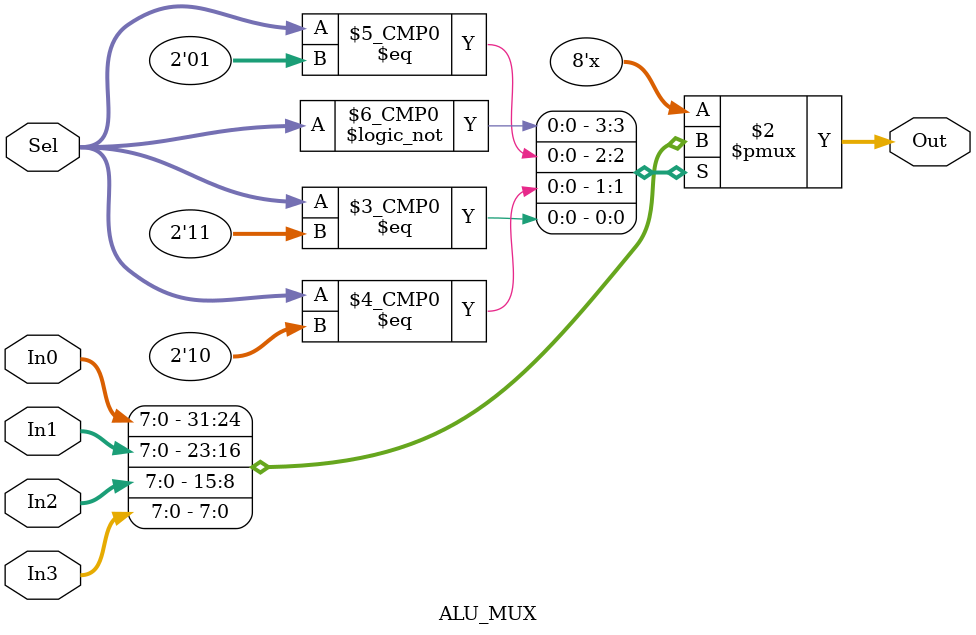
<source format=v>
module ALU_MUX
#( parameter Output_data_width ='d8 )
(
//Declaring inputs
    input wire   [ Output_data_width - 1 : 0 ] In0,
    input wire   [ Output_data_width - 1 : 0 ] In1,
    input wire   [ Output_data_width - 1 : 0 ] In2,
    input wire   [ Output_data_width - 1 : 0 ] In3,
    input wire  [ 1 : 0 ] Sel,
//Declaring outputs
    output reg  [ Output_data_width - 1 : 0 ] Out
);

always@( * )
    begin
        case( Sel )
            2'b00: Out = In0;
            2'b01: Out = In1;
            2'b10: Out = In2;
            2'b11: Out = In3;
        endcase
    end

endmodule 
</source>
